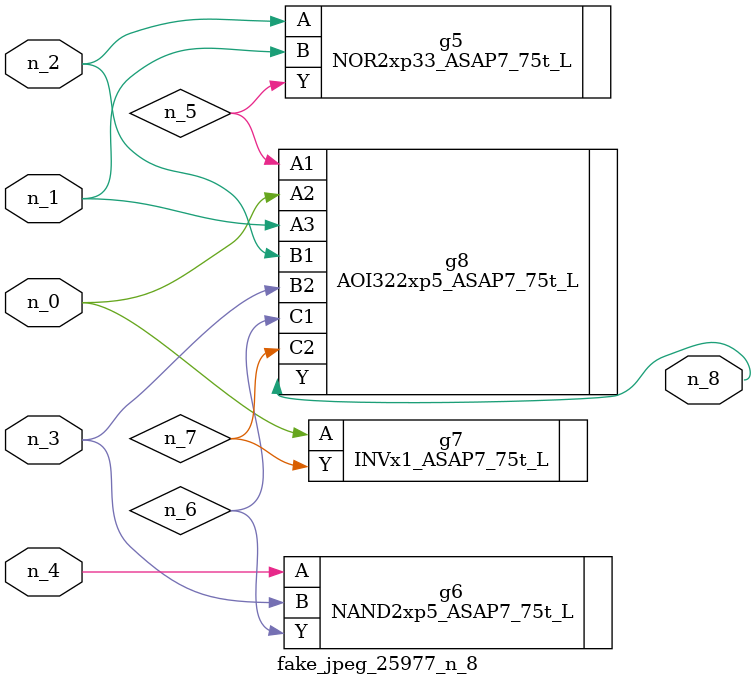
<source format=v>
module fake_jpeg_25977_n_8 (n_3, n_2, n_1, n_0, n_4, n_8);

input n_3;
input n_2;
input n_1;
input n_0;
input n_4;

output n_8;

wire n_6;
wire n_5;
wire n_7;

NOR2xp33_ASAP7_75t_L g5 ( 
.A(n_2),
.B(n_1),
.Y(n_5)
);

NAND2xp5_ASAP7_75t_L g6 ( 
.A(n_4),
.B(n_3),
.Y(n_6)
);

INVx1_ASAP7_75t_L g7 ( 
.A(n_0),
.Y(n_7)
);

AOI322xp5_ASAP7_75t_L g8 ( 
.A1(n_5),
.A2(n_0),
.A3(n_1),
.B1(n_2),
.B2(n_3),
.C1(n_6),
.C2(n_7),
.Y(n_8)
);


endmodule
</source>
